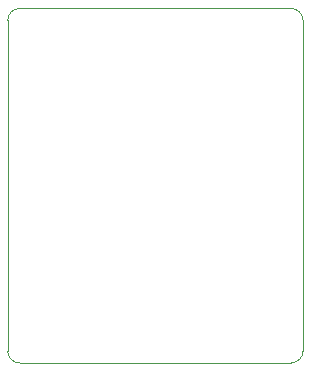
<source format=gm1>
G04 #@! TF.GenerationSoftware,KiCad,Pcbnew,(5.1.2)-1*
G04 #@! TF.CreationDate,2021-06-27T22:03:38+09:00*
G04 #@! TF.ProjectId,ls,6c732e6b-6963-4616-945f-706362585858,v1.0*
G04 #@! TF.SameCoordinates,Original*
G04 #@! TF.FileFunction,Profile,NP*
%FSLAX46Y46*%
G04 Gerber Fmt 4.6, Leading zero omitted, Abs format (unit mm)*
G04 Created by KiCad (PCBNEW (5.1.2)-1) date 2021-06-27 22:03:38*
%MOMM*%
%LPD*%
G04 APERTURE LIST*
%ADD10C,0.050000*%
G04 APERTURE END LIST*
D10*
X160000000Y-114000000D02*
X160000000Y-86000000D01*
X136000000Y-115000000D02*
X159000000Y-115000000D01*
X135000000Y-86000000D02*
X135000000Y-114000000D01*
X159000000Y-85000000D02*
X136000000Y-85000000D01*
X160000000Y-114000000D02*
G75*
G02X159000000Y-115000000I-1000000J0D01*
G01*
X136000000Y-115000000D02*
G75*
G02X135000000Y-114000000I0J1000000D01*
G01*
X135000000Y-86000000D02*
G75*
G02X136000000Y-85000000I1000000J0D01*
G01*
X159000000Y-85000000D02*
G75*
G02X160000000Y-86000000I0J-1000000D01*
G01*
M02*

</source>
